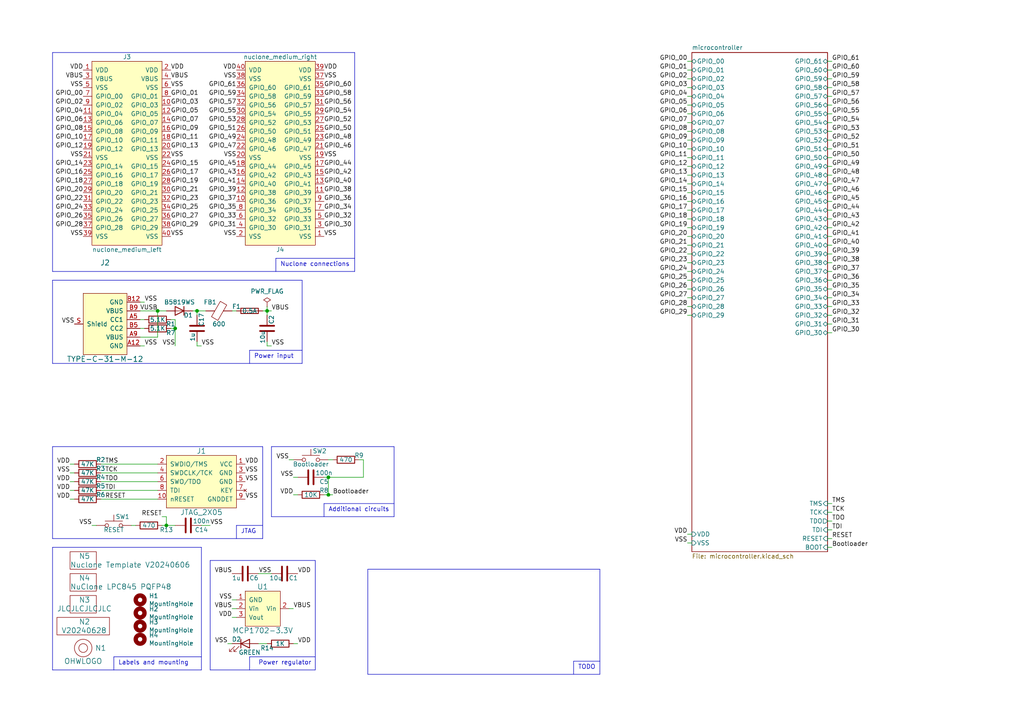
<source format=kicad_sch>
(kicad_sch (version 20230121) (generator eeschema)
  (paper "A4")
  (lib_symbols
    (symbol "Device:C" (pin_numbers hide) (pin_names (offset 0.254))
      (property "Reference" "C" (at 0.635 2.54 0))
      (property "Value" "C" (at 0.635 -2.54 0))
      (symbol "C_0_1"
        (polyline (pts (xy -2.032 -0.762) (xy 2.032 -0.762)) (stroke (width 0.508)))
        (polyline (pts (xy -2.032 0.762) (xy 2.032 0.762)) (stroke (width 0.508)))
      )
      (symbol "C_1_1"
        (pin passive line (at 0 3.81 270) (length 2.794) (name "~") (number "1"))
        (pin passive line (at 0 -3.81 90) (length 2.794) (name "~") (number "2"))
      )
    )
    (symbol "Device:D" (pin_numbers hide) (pin_names (offset 1.016) hide)
      (property "Reference" "D" (at 0 2.54 0))
      (property "Value" "D" (at 0 -2.54 0))
      (symbol "D_0_1"
        (polyline (pts (xy -1.27 1.27) (xy -1.27 -1.27)) (stroke (width 0.254)))
        (polyline (pts (xy 1.27 0) (xy -1.27 0)))
        (polyline (pts (xy 1.27 1.27) (xy 1.27 -1.27) (xy -1.27 0) (xy 1.27 1.27)) (stroke (width 0.254)))
      )
      (symbol "D_1_1"
        (pin passive line (at -3.81 0 0) (length 2.54) (name "K") (number "1"))
        (pin passive line (at 3.81 0 180) (length 2.54) (name "A") (number "2"))
      )
    )
    (symbol "Device:FerriteBead" (pin_numbers hide) (pin_names (offset 0))
      (property "Reference" "FB" (at -3.81 0.635 90))
      (property "Value" "FerriteBead" (at 3.81 0 90))
      (symbol "FerriteBead_0_1"
        (polyline (pts (xy 0 -1.27) (xy 0 -1.2192)))
        (polyline (pts (xy 0 1.27) (xy 0 1.2954)))
        (polyline (pts (xy -2.7686 0.4064) (xy -1.7018 2.2606) (xy 2.7686 -0.3048) (xy 1.6764 -2.159) (xy -2.7686 0.4064)))
      )
      (symbol "FerriteBead_1_1"
        (pin passive line (at 0 3.81 270) (length 2.54) (name "~") (number "1"))
        (pin passive line (at 0 -3.81 90) (length 2.54) (name "~") (number "2"))
      )
    )
    (symbol "Device:Fuse" (pin_numbers hide) (pin_names (offset 0))
      (property "Reference" "F" (at 2.032 0 90))
      (property "Value" "Fuse" (at -1.905 0 90))
      (symbol "Fuse_0_1"
        (rectangle (start -0.762 -2.54) (end 0.762 2.54) (stroke (width 0.254)))
        (polyline (pts (xy 0 2.54) (xy 0 -2.54)))
      )
      (symbol "Fuse_1_1"
        (pin passive line (at 0 3.81 270) (length 1.27) (name "~") (number "1"))
        (pin passive line (at 0 -3.81 90) (length 1.27) (name "~") (number "2"))
      )
    )
    (symbol "Device:LED" (pin_numbers hide) (pin_names (offset 1.016) hide)
      (property "Reference" "D" (at 0 2.54 0))
      (property "Value" "LED" (at 0 -2.54 0))
      (symbol "LED_0_1"
        (polyline (pts (xy -1.27 -1.27) (xy -1.27 1.27)) (stroke (width 0.254)))
        (polyline (pts (xy -1.27 0) (xy 1.27 0)))
        (polyline (pts (xy 1.27 -1.27) (xy 1.27 1.27) (xy -1.27 0) (xy 1.27 -1.27)) (stroke (width 0.254)))
        (polyline (pts (xy -3.048 -0.762) (xy -4.572 -2.286) (xy -3.81 -2.286) (xy -4.572 -2.286) (xy -4.572 -1.524)))
        (polyline (pts (xy -1.778 -0.762) (xy -3.302 -2.286) (xy -2.54 -2.286) (xy -3.302 -2.286) (xy -3.302 -1.524)))
      )
      (symbol "LED_1_1"
        (pin passive line (at -3.81 0 0) (length 2.54) (name "K") (number "1"))
        (pin passive line (at 3.81 0 180) (length 2.54) (name "A") (number "2"))
      )
    )
    (symbol "Device:R" (pin_numbers hide) (pin_names (offset 0))
      (property "Reference" "R" (at 2.032 0 90))
      (property "Value" "R" (at 0 0 90))
      (symbol "R_0_1"
        (rectangle (start -1.016 -2.54) (end 1.016 2.54) (stroke (width 0.254)))
      )
      (symbol "R_1_1"
        (pin passive line (at 0 3.81 270) (length 1.27) (name "~") (number "1"))
        (pin passive line (at 0 -3.81 90) (length 1.27) (name "~") (number "2"))
      )
    )
    (symbol "Mechanical:MountingHole" (pin_names (offset 1.016))
      (property "Reference" "H" (at 0 5.08 0))
      (property "Value" "MountingHole" (at 0 3.175 0))
      (symbol "MountingHole_0_1"
        (circle (center 0 0) (radius 1.27) (stroke (width 1.27)))
      )
    )
    (symbol "SquantorConnectorsNamed:JTAG_2X05_IN" (pin_names (offset 1.016))
      (property "Reference" "J" (at 0 8.89 0))
      (property "Value" "JTAG_2X05_IN" (at 0 -8.89 0))
      (symbol "JTAG_2X05_IN_0_1"
        (rectangle (start -10.16 7.62) (end 10.16 -7.62) (fill (type background)))
      )
      (symbol "JTAG_2X05_IN_1_1"
        (pin power_in line (at 12.7 5.08 180) (length 2.54) (name "VCC") (number "1"))
        (pin open_collector line (at -12.7 -5.08 0) (length 2.54) (name "nRESET") (number "10"))
        (pin bidirectional line (at -12.7 5.08 0) (length 2.54) (name "SWDIO/TMS") (number "2"))
        (pin power_in line (at 12.7 2.54 180) (length 2.54) (name "GND") (number "3"))
        (pin output line (at -12.7 2.54 0) (length 2.54) (name "SWDCLK/TCK") (number "4"))
        (pin power_in line (at 12.7 0 180) (length 2.54) (name "GND") (number "5"))
        (pin output line (at -12.7 0 0) (length 2.54) (name "SWO/TDO") (number "6"))
        (pin no_connect line (at 12.7 -2.54 180) (length 2.54) (name "KEY") (number "7"))
        (pin input line (at -12.7 -2.54 0) (length 2.54) (name "TDI") (number "8"))
        (pin power_in line (at 12.7 -5.08 180) (length 2.54) (name "GNDDET") (number "9"))
      )
    )
    (symbol "SquantorConnectorsNamed:nuclone_medium_left" (pin_names (offset 1.016))
      (property "Reference" "J" (at 0 27.94 0))
      (property "Value" "nuclone_medium_left" (at 0 -27.94 0))
      (symbol "nuclone_medium_left_0_1"
        (rectangle (start -10.16 26.67) (end 10.16 -26.67) (fill (type background)))
      )
      (symbol "nuclone_medium_left_1_1"
        (pin power_in line (at -12.7 24.13 0) (length 2.54) (name "VDD") (number "1"))
        (pin bidirectional line (at 12.7 13.97 180) (length 2.54) (name "GPIO_03") (number "10"))
        (pin bidirectional line (at -12.7 11.43 0) (length 2.54) (name "GPIO_04") (number "11"))
        (pin bidirectional line (at 12.7 11.43 180) (length 2.54) (name "GPIO_05") (number "12"))
        (pin bidirectional line (at -12.7 8.89 0) (length 2.54) (name "GPIO_06") (number "13"))
        (pin bidirectional line (at 12.7 8.89 180) (length 2.54) (name "GPIO_07") (number "14"))
        (pin bidirectional line (at -12.7 6.35 0) (length 2.54) (name "GPIO_08") (number "15"))
        (pin bidirectional line (at 12.7 6.35 180) (length 2.54) (name "GPIO_09") (number "16"))
        (pin bidirectional line (at -12.7 3.81 0) (length 2.54) (name "GPIO_10") (number "17"))
        (pin bidirectional line (at 12.7 3.81 180) (length 2.54) (name "GPIO_11") (number "18"))
        (pin bidirectional line (at -12.7 1.27 0) (length 2.54) (name "GPIO_12") (number "19"))
        (pin power_in line (at 12.7 24.13 180) (length 2.54) (name "VDD") (number "2"))
        (pin bidirectional line (at 12.7 1.27 180) (length 2.54) (name "GPIO_13") (number "20"))
        (pin power_in line (at -12.7 -1.27 0) (length 2.54) (name "VSS") (number "21"))
        (pin power_in line (at 12.7 -1.27 180) (length 2.54) (name "VSS") (number "22"))
        (pin bidirectional line (at -12.7 -3.81 0) (length 2.54) (name "GPIO_14") (number "23"))
        (pin bidirectional line (at 12.7 -3.81 180) (length 2.54) (name "GPIO_15") (number "24"))
        (pin bidirectional line (at -12.7 -6.35 0) (length 2.54) (name "GPIO_16") (number "25"))
        (pin bidirectional line (at 12.7 -6.35 180) (length 2.54) (name "GPIO_17") (number "26"))
        (pin bidirectional line (at -12.7 -8.89 0) (length 2.54) (name "GPIO_18") (number "27"))
        (pin bidirectional line (at 12.7 -8.89 180) (length 2.54) (name "GPIO_19") (number "28"))
        (pin bidirectional line (at -12.7 -11.43 0) (length 2.54) (name "GPIO_20") (number "29"))
        (pin power_in line (at -12.7 21.59 0) (length 2.54) (name "VBUS") (number "3"))
        (pin bidirectional line (at 12.7 -11.43 180) (length 2.54) (name "GPIO_21") (number "30"))
        (pin bidirectional line (at -12.7 -13.97 0) (length 2.54) (name "GPIO_22") (number "31"))
        (pin bidirectional line (at 12.7 -13.97 180) (length 2.54) (name "GPIO_23") (number "32"))
        (pin bidirectional line (at -12.7 -16.51 0) (length 2.54) (name "GPIO_24") (number "33"))
        (pin bidirectional line (at 12.7 -16.51 180) (length 2.54) (name "GPIO_25") (number "34"))
        (pin bidirectional line (at -12.7 -19.05 0) (length 2.54) (name "GPIO_26") (number "35"))
        (pin bidirectional line (at 12.7 -19.05 180) (length 2.54) (name "GPIO_27") (number "36"))
        (pin bidirectional line (at -12.7 -21.59 0) (length 2.54) (name "GPIO_28") (number "37"))
        (pin bidirectional line (at 12.7 -21.59 180) (length 2.54) (name "GPIO_29") (number "38"))
        (pin power_in line (at -12.7 -24.13 0) (length 2.54) (name "VSS") (number "39"))
        (pin power_in line (at 12.7 21.59 180) (length 2.54) (name "VBUS") (number "4"))
        (pin power_in line (at 12.7 -24.13 180) (length 2.54) (name "VSS") (number "40"))
        (pin power_in line (at -12.7 19.05 0) (length 2.54) (name "VSS") (number "5"))
        (pin power_in line (at 12.7 19.05 180) (length 2.54) (name "VSS") (number "6"))
        (pin bidirectional line (at -12.7 16.51 0) (length 2.54) (name "GPIO_00") (number "7"))
        (pin bidirectional line (at 12.7 16.51 180) (length 2.54) (name "GPIO_01") (number "8"))
        (pin bidirectional line (at -12.7 13.97 0) (length 2.54) (name "GPIO_02") (number "9"))
      )
    )
    (symbol "SquantorConnectorsNamed:nuclone_medium_right" (pin_names (offset 1.016))
      (property "Reference" "J" (at 0 27.94 0))
      (property "Value" "nuclone_medium_right" (at 0 -27.94 0))
      (symbol "nuclone_medium_right_0_1"
        (rectangle (start 10.16 -26.67) (end -10.16 26.67) (fill (type background)))
      )
      (symbol "nuclone_medium_right_1_1"
        (pin power_in line (at 12.7 -24.13 180) (length 2.54) (name "VSS") (number "1"))
        (pin bidirectional line (at -12.7 -13.97 0) (length 2.54) (name "GPIO_36") (number "10"))
        (pin bidirectional line (at 12.7 -11.43 180) (length 2.54) (name "GPIO_39") (number "11"))
        (pin bidirectional line (at -12.7 -11.43 0) (length 2.54) (name "GPIO_38") (number "12"))
        (pin bidirectional line (at 12.7 -8.89 180) (length 2.54) (name "GPIO_41") (number "13"))
        (pin bidirectional line (at -12.7 -8.89 0) (length 2.54) (name "GPIO_40") (number "14"))
        (pin bidirectional line (at 12.7 -6.35 180) (length 2.54) (name "GPIO_43") (number "15"))
        (pin bidirectional line (at -12.7 -6.35 0) (length 2.54) (name "GPIO_42") (number "16"))
        (pin bidirectional line (at 12.7 -3.81 180) (length 2.54) (name "GPIO_45") (number "17"))
        (pin bidirectional line (at -12.7 -3.81 0) (length 2.54) (name "GPIO_44") (number "18"))
        (pin power_in line (at 12.7 -1.27 180) (length 2.54) (name "VSS") (number "19"))
        (pin power_in line (at -12.7 -24.13 0) (length 2.54) (name "VSS") (number "2"))
        (pin power_in line (at -12.7 -1.27 0) (length 2.54) (name "VSS") (number "20"))
        (pin bidirectional line (at 12.7 1.27 180) (length 2.54) (name "GPIO_47") (number "21"))
        (pin bidirectional line (at -12.7 1.27 0) (length 2.54) (name "GPIO_46") (number "22"))
        (pin bidirectional line (at 12.7 3.81 180) (length 2.54) (name "GPIO_49") (number "23"))
        (pin bidirectional line (at -12.7 3.81 0) (length 2.54) (name "GPIO_48") (number "24"))
        (pin bidirectional line (at 12.7 6.35 180) (length 2.54) (name "GPIO_51") (number "25"))
        (pin bidirectional line (at -12.7 6.35 0) (length 2.54) (name "GPIO_50") (number "26"))
        (pin bidirectional line (at 12.7 8.89 180) (length 2.54) (name "GPIO_53") (number "27"))
        (pin bidirectional line (at -12.7 8.89 0) (length 2.54) (name "GPIO_52") (number "28"))
        (pin bidirectional line (at 12.7 11.43 180) (length 2.54) (name "GPIO_55") (number "29"))
        (pin bidirectional line (at 12.7 -21.59 180) (length 2.54) (name "GPIO_31") (number "3"))
        (pin bidirectional line (at -12.7 11.43 0) (length 2.54) (name "GPIO_54") (number "30"))
        (pin bidirectional line (at 12.7 13.97 180) (length 2.54) (name "GPIO_57") (number "31"))
        (pin bidirectional line (at -12.7 13.97 0) (length 2.54) (name "GPIO_56") (number "32"))
        (pin bidirectional line (at 12.7 16.51 180) (length 2.54) (name "GPIO_59") (number "33"))
        (pin bidirectional line (at -12.7 16.51 0) (length 2.54) (name "GPIO_58") (number "34"))
        (pin bidirectional line (at 12.7 19.05 180) (length 2.54) (name "GPIO_61") (number "35"))
        (pin bidirectional line (at -12.7 19.05 0) (length 2.54) (name "GPIO_60") (number "36"))
        (pin power_in line (at 12.7 21.59 180) (length 2.54) (name "VSS") (number "37"))
        (pin power_in line (at -12.7 21.59 0) (length 2.54) (name "VSS") (number "38"))
        (pin power_in line (at 12.7 24.13 180) (length 2.54) (name "VDD") (number "39"))
        (pin bidirectional line (at -12.7 -21.59 0) (length 2.54) (name "GPIO_30") (number "4"))
        (pin power_in line (at -12.7 24.13 0) (length 2.54) (name "VDD") (number "40"))
        (pin bidirectional line (at 12.7 -19.05 180) (length 2.54) (name "GPIO_33") (number "5"))
        (pin bidirectional line (at -12.7 -19.05 0) (length 2.54) (name "GPIO_32") (number "6"))
        (pin bidirectional line (at 12.7 -16.51 180) (length 2.54) (name "GPIO_35") (number "7"))
        (pin bidirectional line (at -12.7 -16.51 0) (length 2.54) (name "GPIO_34") (number "8"))
        (pin bidirectional line (at 12.7 -13.97 180) (length 2.54) (name "GPIO_37") (number "9"))
      )
    )
    (symbol "SquantorLabels:Label" (pin_names (offset 1.016))
      (property "Reference" "N" (at 0 1.27 0))
      (property "Value" "Label" (at 0 -1.27 0))
      (symbol "Label_0_1"
        (rectangle (start -3.81 2.54) (end 3.81 -2.54))
      )
    )
    (symbol "SquantorLabels:OHWLOGO" (pin_names (offset 1.016))
      (property "Reference" "N" (at 0 3.81 0))
      (property "Value" "OHWLOGO" (at 0 -3.81 0))
      (symbol "OHWLOGO_0_1"
        (circle (center 0 0) (radius 1.27))
        (circle (center 0 0) (radius 2.54))
      )
    )
    (symbol "SquantorLabels:VYYYYMMDD" (pin_names (offset 1.016))
      (property "Reference" "N" (at 0 2.54 0))
      (property "Value" "VYYYYMMDD" (at 0 0 0))
      (symbol "VYYYYMMDD_0_1"
        (rectangle (start 7.62 -1.27) (end -7.62 3.81))
      )
    )
    (symbol "SquantorMicrochip:MCP1702-MB" (pin_names (offset 1.016))
      (property "Reference" "U" (at 0 6.35 0))
      (property "Value" "MCP1702-MB" (at 0 -6.35 0))
      (symbol "MCP1702-MB_0_1"
        (rectangle (start -5.08 5.08) (end 5.08 -5.08) (fill (type background)))
      )
      (symbol "MCP1702-MB_1_1"
        (pin power_in line (at -7.62 2.54 0) (length 2.54) (name "GND") (number "1"))
        (pin power_in line (at -7.62 0 0) (length 2.54) (name "Vin") (number "2"))
        (pin power_in line (at 7.62 0 180) (length 2.54) (name "Vin") (number "2"))
        (pin power_out line (at -7.62 -2.54 0) (length 2.54) (name "Vout") (number "3"))
      )
    )
    (symbol "SquantorUsb:USB-C_PD" (pin_names (offset 1.016))
      (property "Reference" "J" (at 0 10.16 0))
      (property "Value" "USB-C_PD" (at 0 -10.16 0))
      (symbol "USB-C_PD_0_1"
        (rectangle (start 6.35 8.89) (end -6.35 -8.89) (fill (type background)))
      )
      (symbol "USB-C_PD_1_1"
        (pin passive line (at 10.16 -6.35 180) (length 3.81) (name "GND") (number "A12"))
        (pin bidirectional line (at 10.16 1.27 180) (length 3.81) (name "CC1") (number "A5"))
        (pin passive line (at 10.16 -3.81 180) (length 3.81) (name "VBUS") (number "A9"))
        (pin power_out line (at 10.16 6.35 180) (length 3.81) (name "GND") (number "B12"))
        (pin bidirectional line (at 10.16 -1.27 180) (length 3.81) (name "CC2") (number "B5"))
        (pin power_out line (at 10.16 3.81 180) (length 3.81) (name "VBUS") (number "B9"))
        (pin passive line (at -8.89 0 0) (length 2.54) (name "Shield") (number "S"))
      )
    )
    (symbol "Switch:SW_Push" (pin_numbers hide) (pin_names (offset 1.016) hide)
      (property "Reference" "SW" (at 1.27 2.54 0))
      (property "Value" "SW_Push" (at 0 -1.524 0))
      (symbol "SW_Push_0_1"
        (circle (center -2.032 0) (radius 0.508))
        (polyline (pts (xy 0 1.27) (xy 0 3.048)))
        (polyline (pts (xy 2.54 1.27) (xy -2.54 1.27)))
        (circle (center 2.032 0) (radius 0.508))
        (pin passive line (at -5.08 0 0) (length 2.54) (name "1") (number "1"))
        (pin passive line (at 5.08 0 180) (length 2.54) (name "2") (number "2"))
      )
    )
    (symbol "power:PWR_FLAG" (power) (pin_numbers hide) (pin_names (offset 0) hide)
      (property "Value" "PWR_FLAG" (at 0 3.81 0))
      (symbol "PWR_FLAG_0_0"
        (pin power_out line (at 0 0 90) (length 0) (name "pwr") (number "1"))
      )
      (symbol "PWR_FLAG_0_1"
        (polyline (pts (xy 0 0) (xy 0 1.27) (xy -1.016 1.905) (xy 0 2.54) (xy 1.016 1.905) (xy 0 1.27)))
      )
    )
  )
  (junction (at 77.47 90.17))
  (junction (at 48.26 152.4))
  (junction (at 45.72 90.17))
  (junction (at 57.15 90.17))
  (junction (at 95.25 138.43))
  (junction (at 95.25 143.51))
  (junction (at 50.8 95.25))
  (wire (pts (xy 83.82 133.35) (xy 85.09 133.35)))
  (wire (pts (xy 77.47 100.33) (xy 78.74 100.33)))
  (wire (pts (xy 50.8 95.25) (xy 50.8 100.33)))
  (wire (pts (xy 199.39 33.02) (xy 200.66 33.02)))
  (wire (pts (xy 200.66 40.64) (xy 199.39 40.64)))
  (wire (pts (xy 199.39 43.18) (xy 200.66 43.18)))
  (wire (pts (xy 240.03 78.74) (xy 241.3 78.74)))
  (wire (pts (xy 240.03 25.4) (xy 241.3 25.4)))
  (polyline (pts (xy 72.39 101.6) (xy 72.39 105.41)))
  (wire (pts (xy 58.42 100.33) (xy 57.15 100.33)))
  (wire (pts (xy 240.03 35.56) (xy 241.3 35.56)))
  (wire (pts (xy 38.1 152.4) (xy 39.37 152.4)))
  (wire (pts (xy 85.09 176.53) (xy 83.82 176.53)))
  (wire (pts (xy 199.39 22.86) (xy 200.66 22.86)))
  (wire (pts (xy 21.59 142.24) (xy 20.32 142.24)))
  (wire (pts (xy 200.66 71.12) (xy 199.39 71.12)))
  (wire (pts (xy 200.66 86.36) (xy 199.39 86.36)))
  (polyline (pts (xy 15.24 15.24) (xy 15.24 78.74)))
  (wire (pts (xy 95.25 143.51) (xy 96.52 143.51)))
  (polyline (pts (xy 102.87 78.74) (xy 102.87 15.24)))
  (wire (pts (xy 40.64 97.79) (xy 45.72 97.79)))
  (wire (pts (xy 241.3 38.1) (xy 240.03 38.1)))
  (wire (pts (xy 67.31 173.99) (xy 68.58 173.99)))
  (wire (pts (xy 199.39 78.74) (xy 200.66 78.74)))
  (wire (pts (xy 199.39 154.94) (xy 200.66 154.94)))
  (polyline (pts (xy 87.63 81.28) (xy 15.24 81.28)))
  (wire (pts (xy 199.39 58.42) (xy 200.66 58.42)))
  (wire (pts (xy 199.39 73.66) (xy 200.66 73.66)))
  (wire (pts (xy 240.03 66.04) (xy 241.3 66.04)))
  (wire (pts (xy 240.03 40.64) (xy 241.3 40.64)))
  (polyline (pts (xy 15.24 158.75) (xy 15.24 194.31)))
  (wire (pts (xy 29.21 144.78) (xy 45.72 144.78)))
  (wire (pts (xy 200.66 35.56) (xy 199.39 35.56)))
  (wire (pts (xy 241.3 58.42) (xy 240.03 58.42)))
  (wire (pts (xy 200.66 60.96) (xy 199.39 60.96)))
  (wire (pts (xy 93.98 143.51) (xy 95.25 143.51)))
  (wire (pts (xy 85.09 138.43) (xy 86.36 138.43)))
  (wire (pts (xy 20.32 134.62) (xy 21.59 134.62)))
  (wire (pts (xy 95.25 133.35) (xy 96.52 133.35)))
  (wire (pts (xy 40.64 95.25) (xy 41.91 95.25)))
  (polyline (pts (xy 93.98 146.05) (xy 93.98 149.86)))
  (polyline (pts (xy 33.02 190.5) (xy 33.02 194.31)))
  (wire (pts (xy 67.31 179.07) (xy 68.58 179.07)))
  (wire (pts (xy 48.26 149.86) (xy 48.26 152.4)))
  (wire (pts (xy 86.36 186.69) (xy 85.09 186.69)))
  (wire (pts (xy 55.88 90.17) (xy 57.15 90.17)))
  (wire (pts (xy 199.39 68.58) (xy 200.66 68.58)))
  (wire (pts (xy 29.21 134.62) (xy 45.72 134.62)))
  (wire (pts (xy 40.64 90.17) (xy 45.72 90.17)))
  (polyline (pts (xy 114.3 146.05) (xy 93.98 146.05)))
  (wire (pts (xy 241.3 43.18) (xy 240.03 43.18)))
  (wire (pts (xy 200.66 45.72) (xy 199.39 45.72)))
  (wire (pts (xy 241.3 27.94) (xy 240.03 27.94)))
  (wire (pts (xy 200.66 157.48) (xy 199.39 157.48)))
  (wire (pts (xy 241.3 81.28) (xy 240.03 81.28)))
  (wire (pts (xy 200.66 91.44) (xy 199.39 91.44)))
  (wire (pts (xy 200.66 20.32) (xy 199.39 20.32)))
  (wire (pts (xy 241.3 96.52) (xy 240.03 96.52)))
  (polyline (pts (xy 80.01 74.93) (xy 80.01 78.74)))
  (wire (pts (xy 77.47 90.17) (xy 77.47 88.9)))
  (wire (pts (xy 240.03 30.48) (xy 241.3 30.48)))
  (wire (pts (xy 77.47 186.69) (xy 74.93 186.69)))
  (wire (pts (xy 29.21 137.16) (xy 45.72 137.16)))
  (wire (pts (xy 199.39 83.82) (xy 200.66 83.82)))
  (wire (pts (xy 46.99 149.86) (xy 48.26 149.86)))
  (wire (pts (xy 240.03 158.75) (xy 241.3 158.75)))
  (wire (pts (xy 241.3 86.36) (xy 240.03 86.36)))
  (wire (pts (xy 50.8 92.71) (xy 50.8 95.25)))
  (wire (pts (xy 21.59 137.16) (xy 20.32 137.16)))
  (wire (pts (xy 199.39 53.34) (xy 200.66 53.34)))
  (wire (pts (xy 200.66 50.8) (xy 199.39 50.8)))
  (wire (pts (xy 77.47 91.44) (xy 77.47 90.17)))
  (wire (pts (xy 57.15 100.33) (xy 57.15 99.06)))
  (polyline (pts (xy 91.44 194.31) (xy 91.44 162.56)))
  (wire (pts (xy 41.91 100.33) (xy 40.64 100.33)))
  (wire (pts (xy 200.66 66.04) (xy 199.39 66.04)))
  (polyline (pts (xy 91.44 162.56) (xy 60.96 162.56)))
  (wire (pts (xy 78.74 90.17) (xy 77.47 90.17)))
  (polyline (pts (xy 15.24 78.74) (xy 102.87 78.74)))
  (wire (pts (xy 29.21 139.7) (xy 45.72 139.7)))
  (wire (pts (xy 77.47 90.17) (xy 76.2 90.17)))
  (polyline (pts (xy 91.44 190.5) (xy 72.39 190.5)))
  (wire (pts (xy 67.31 186.69) (xy 66.04 186.69)))
  (wire (pts (xy 57.15 90.17) (xy 59.69 90.17)))
  (polyline (pts (xy 58.42 158.75) (xy 15.24 158.75)))
  (wire (pts (xy 241.3 33.02) (xy 240.03 33.02)))
  (wire (pts (xy 241.3 68.58) (xy 240.03 68.58)))
  (polyline (pts (xy 76.2 152.4) (xy 68.58 152.4)))
  (wire (pts (xy 241.3 91.44) (xy 240.03 91.44)))
  (wire (pts (xy 45.72 90.17) (xy 48.26 90.17)))
  (wire (pts (xy 241.3 53.34) (xy 240.03 53.34)))
  (polyline (pts (xy 76.2 129.54) (xy 15.24 129.54)))
  (wire (pts (xy 57.15 91.44) (xy 57.15 90.17)))
  (wire (pts (xy 240.03 83.82) (xy 241.3 83.82)))
  (wire (pts (xy 241.3 63.5) (xy 240.03 63.5)))
  (polyline (pts (xy 87.63 101.6) (xy 72.39 101.6)))
  (wire (pts (xy 49.53 92.71) (xy 50.8 92.71)))
  (wire (pts (xy 240.03 60.96) (xy 241.3 60.96)))
  (wire (pts (xy 241.3 22.86) (xy 240.03 22.86)))
  (wire (pts (xy 240.03 76.2) (xy 241.3 76.2)))
  (wire (pts (xy 240.03 151.13) (xy 241.3 151.13)))
  (wire (pts (xy 200.66 25.4) (xy 199.39 25.4)))
  (polyline (pts (xy 102.87 74.93) (xy 80.01 74.93)))
  (polyline (pts (xy 15.24 105.41) (xy 87.63 105.41)))
  (wire (pts (xy 85.09 143.51) (xy 86.36 143.51)))
  (wire (pts (xy 199.39 48.26) (xy 200.66 48.26)))
  (polyline (pts (xy 72.39 190.5) (xy 72.39 194.31)))
  (polyline (pts (xy 15.24 129.54) (xy 15.24 156.21)))
  (polyline (pts (xy 68.58 152.4) (xy 68.58 156.21)))
  (polyline (pts (xy 102.87 15.24) (xy 15.24 15.24)))
  (wire (pts (xy 200.66 55.88) (xy 199.39 55.88)))
  (wire (pts (xy 67.31 90.17) (xy 68.58 90.17)))
  (wire (pts (xy 240.03 153.67) (xy 241.3 153.67)))
  (wire (pts (xy 29.21 142.24) (xy 45.72 142.24)))
  (polyline (pts (xy 114.3 149.86) (xy 114.3 129.54)))
  (polyline (pts (xy 166.37 195.58) (xy 166.37 191.77)))
  (polyline (pts (xy 106.68 165.1) (xy 173.99 165.1)))
  (wire (pts (xy 20.32 139.7) (xy 21.59 139.7)))
  (wire (pts (xy 105.41 133.35) (xy 105.41 138.43)))
  (wire (pts (xy 240.03 55.88) (xy 241.3 55.88)))
  (wire (pts (xy 199.39 17.78) (xy 200.66 17.78)))
  (wire (pts (xy 60.96 152.4) (xy 58.42 152.4)))
  (wire (pts (xy 68.58 176.53) (xy 67.31 176.53)))
  (polyline (pts (xy 78.74 129.54) (xy 78.74 149.86)))
  (wire (pts (xy 200.66 30.48) (xy 199.39 30.48)))
  (wire (pts (xy 240.03 88.9) (xy 241.3 88.9)))
  (wire (pts (xy 199.39 88.9) (xy 200.66 88.9)))
  (polyline (pts (xy 15.24 81.28) (xy 15.24 105.41)))
  (wire (pts (xy 200.66 81.28) (xy 199.39 81.28)))
  (wire (pts (xy 41.91 87.63) (xy 40.64 87.63)))
  (polyline (pts (xy 173.99 195.58) (xy 106.68 195.58)))
  (wire (pts (xy 200.66 76.2) (xy 199.39 76.2)))
  (wire (pts (xy 240.03 50.8) (xy 241.3 50.8)))
  (polyline (pts (xy 58.42 194.31) (xy 58.42 158.75)))
  (wire (pts (xy 74.93 166.37) (xy 78.74 166.37)))
  (polyline (pts (xy 106.68 195.58) (xy 106.68 165.1)))
  (wire (pts (xy 26.67 152.4) (xy 27.94 152.4)))
  (wire (pts (xy 45.72 97.79) (xy 45.72 90.17)))
  (wire (pts (xy 240.03 156.21) (xy 241.3 156.21)))
  (wire (pts (xy 50.8 95.25) (xy 49.53 95.25)))
  (wire (pts (xy 240.03 20.32) (xy 241.3 20.32)))
  (wire (pts (xy 104.14 133.35) (xy 105.41 133.35)))
  (wire (pts (xy 105.41 138.43) (xy 95.25 138.43)))
  (wire (pts (xy 240.03 146.05) (xy 241.3 146.05)))
  (polyline (pts (xy 58.42 190.5) (xy 33.02 190.5)))
  (wire (pts (xy 240.03 71.12) (xy 241.3 71.12)))
  (polyline (pts (xy 78.74 149.86) (xy 114.3 149.86)))
  (wire (pts (xy 240.03 45.72) (xy 241.3 45.72)))
  (polyline (pts (xy 15.24 156.21) (xy 76.2 156.21)))
  (polyline (pts (xy 60.96 194.31) (xy 91.44 194.31)))
  (wire (pts (xy 95.25 143.51) (xy 95.25 138.43)))
  (wire (pts (xy 48.26 152.4) (xy 50.8 152.4)))
  (wire (pts (xy 20.32 144.78) (xy 21.59 144.78)))
  (wire (pts (xy 41.91 92.71) (xy 40.64 92.71)))
  (wire (pts (xy 199.39 38.1) (xy 200.66 38.1)))
  (polyline (pts (xy 114.3 129.54) (xy 78.74 129.54)))
  (wire (pts (xy 241.3 17.78) (xy 240.03 17.78)))
  (wire (pts (xy 240.03 148.59) (xy 241.3 148.59)))
  (polyline (pts (xy 76.2 156.21) (xy 76.2 129.54)))
  (wire (pts (xy 240.03 93.98) (xy 241.3 93.98)))
  (wire (pts (xy 241.3 48.26) (xy 240.03 48.26)))
  (wire (pts (xy 46.99 152.4) (xy 48.26 152.4)))
  (wire (pts (xy 199.39 63.5) (xy 200.66 63.5)))
  (wire (pts (xy 241.3 73.66) (xy 240.03 73.66)))
  (wire (pts (xy 95.25 138.43) (xy 93.98 138.43)))
  (wire (pts (xy 199.39 27.94) (xy 200.66 27.94)))
  (wire (pts (xy 77.47 99.06) (xy 77.47 100.33)))
  (polyline (pts (xy 87.63 81.28) (xy 87.63 105.41)))
  (polyline (pts (xy 15.24 194.31) (xy 58.42 194.31)))
  (polyline (pts (xy 173.99 165.1) (xy 173.99 195.58)))
  (polyline (pts (xy 60.96 162.56) (xy 60.96 194.31)))
  (polyline (pts (xy 166.37 191.77) (xy 173.99 191.77)))
  (text "Labels and mounting" (at 34.29 193.04 0) (effects (font (size 1.27 1.27)) (justify left bottom)))
  (text "Power input" (at 73.66 104.14 0) (effects (font (size 1.27 1.27)) (justify left bottom)))
  (text "TODO" (at 167.64 194.31 0) (effects (font (size 1.27 1.27)) (justify left bottom)))
  (text "Power regulator" (at 74.93 193.04 0) (effects (font (size 1.27 1.27)) (justify left bottom)))
  (text "Additional circuits" (at 95.25 148.59 0) (effects (font (size 1.27 1.27)) (justify left bottom)))
  (text "Nuclone connections" (at 81.28 77.47 0) (effects (font (size 1.27 1.27)) (justify left bottom)))
  (text "JTAG" (at 69.85 154.94 0) (effects (font (size 1.27 1.27)) (justify left bottom)))
  (label "GPIO_07" (at 199.39 35.56 180))
  (label "VSS" (at 66.04 186.69 180))
  (label "GPIO_02" (at 199.39 22.86 180))
  (label "VDD" (at 71.12 134.62 0))
  (label "GPIO_54" (at 241.3 35.56 0))
  (label "VDD" (at 24.13 20.32 180))
  (label "GPIO_30" (at 93.98 66.04 0))
  (label "GPIO_29" (at 199.39 91.44 180))
  (label "VSS" (at 58.42 100.33 0))
  (label "VSS" (at 199.39 157.48 180))
  (label "GPIO_14" (at 199.39 53.34 180))
  (label "GPIO_17" (at 199.39 60.96 180))
  (label "GPIO_00" (at 24.13 27.94 180))
  (label "GPIO_20" (at 199.39 68.58 180))
  (label "GPIO_08" (at 24.13 38.1 180))
  (label "GPIO_19" (at 49.53 53.34 0))
  (label "GPIO_03" (at 49.53 30.48 0))
  (label "GPIO_18" (at 24.13 53.34 180))
  (label "GPIO_48" (at 93.98 40.64 0))
  (label "GPIO_38" (at 93.98 55.88 0))
  (label "GPIO_12" (at 24.13 43.18 180))
  (label "GPIO_59" (at 241.3 22.86 0))
  (label "GPIO_56" (at 241.3 30.48 0))
  (label "VDD" (at 20.32 139.7 180))
  (label "GPIO_48" (at 241.3 50.8 0))
  (label "GPIO_35" (at 241.3 83.82 0))
  (label "GPIO_45" (at 68.58 48.26 180))
  (label "GPIO_27" (at 49.53 63.5 0))
  (label "GPIO_39" (at 241.3 73.66 0))
  (label "VBUS" (at 49.53 22.86 0))
  (label "GPIO_44" (at 241.3 60.96 0))
  (label "GPIO_10" (at 24.13 40.64 180))
  (label "TDO" (at 30.48 139.7 0))
  (label "GPIO_19" (at 199.39 66.04 180))
  (label "GPIO_26" (at 199.39 83.82 180))
  (label "GPIO_36" (at 241.3 81.28 0))
  (label "GPIO_60" (at 241.3 20.32 0))
  (label "GPIO_43" (at 241.3 63.5 0))
  (label "GPIO_14" (at 24.13 48.26 180))
  (label "GPIO_30" (at 241.3 96.52 0))
  (label "VSS" (at 60.96 152.4 0))
  (label "GPIO_34" (at 241.3 86.36 0))
  (label "GPIO_25" (at 199.39 81.28 180))
  (label "GPIO_13" (at 49.53 43.18 0))
  (label "GPIO_55" (at 241.3 33.02 0))
  (label "VDD" (at 86.36 186.69 0))
  (label "VSS" (at 68.58 68.58 180))
  (label "VSS" (at 49.53 45.72 0))
  (label "RESET" (at 46.99 149.86 180))
  (label "VSS" (at 71.12 137.16 0))
  (label "GPIO_18" (at 199.39 63.5 180))
  (label "VSS" (at 24.13 68.58 180))
  (label "GPIO_15" (at 49.53 48.26 0))
  (label "Bootloader" (at 241.3 158.75 0))
  (label "GPIO_20" (at 24.13 55.88 180))
  (label "GPIO_32" (at 241.3 91.44 0))
  (label "GPIO_02" (at 24.13 30.48 180))
  (label "GPIO_21" (at 199.39 71.12 180))
  (label "VBUS" (at 67.31 166.37 180))
  (label "TDI" (at 241.3 153.67 0))
  (label "GPIO_11" (at 49.53 40.64 0))
  (label "VDD" (at 68.58 20.32 180))
  (label "GPIO_33" (at 68.58 63.5 180))
  (label "VSS" (at 41.91 100.33 0))
  (label "GPIO_06" (at 24.13 35.56 180))
  (label "VDD" (at 199.39 154.94 180))
  (label "VSS" (at 68.58 22.86 180))
  (label "GPIO_04" (at 24.13 33.02 180))
  (label "GPIO_51" (at 241.3 43.18 0))
  (label "GPIO_50" (at 93.98 38.1 0))
  (label "GPIO_49" (at 68.58 40.64 180))
  (label "GPIO_57" (at 68.58 30.48 180))
  (label "GPIO_08" (at 199.39 38.1 180))
  (label "GPIO_45" (at 241.3 58.42 0))
  (label "GPIO_23" (at 199.39 76.2 180))
  (label "VDD" (at 20.32 144.78 180))
  (label "GPIO_24" (at 199.39 78.74 180))
  (label "TDI" (at 30.48 142.24 0))
  (label "GPIO_13" (at 199.39 50.8 180))
  (label "GPIO_32" (at 93.98 63.5 0))
  (label "TCK" (at 241.3 148.59 0))
  (label "VSS" (at 24.13 25.4 180))
  (label "VSS" (at 20.32 137.16 180))
  (label "GPIO_47" (at 241.3 53.34 0))
  (label "VSS" (at 83.82 133.35 180))
  (label "GPIO_41" (at 68.58 53.34 180))
  (label "VSS" (at 21.59 93.98 180))
  (label "GPIO_28" (at 199.39 88.9 180))
  (label "GPIO_39" (at 68.58 55.88 180))
  (label "GPIO_37" (at 68.58 58.42 180))
  (label "GPIO_52" (at 241.3 40.64 0))
  (label "GPIO_00" (at 199.39 17.78 180))
  (label "GPIO_05" (at 199.39 30.48 180))
  (label "GPIO_41" (at 241.3 68.58 0))
  (label "VSS" (at 78.74 166.37 180))
  (label "GPIO_11" (at 199.39 45.72 180))
  (label "GPIO_52" (at 93.98 35.56 0))
  (label "GPIO_43" (at 68.58 50.8 180))
  (label "GPIO_09" (at 199.39 40.64 180))
  (label "TMS" (at 241.3 146.05 0))
  (label "VSS" (at 85.09 138.43 180))
  (label "GPIO_50" (at 241.3 45.72 0))
  (label "GPIO_61" (at 241.3 17.78 0))
  (label "GPIO_15" (at 199.39 55.88 180))
  (label "VSS" (at 71.12 144.78 0))
  (label "VDD" (at 20.32 134.62 180))
  (label "GPIO_10" (at 199.39 43.18 180))
  (label "VBUS" (at 67.31 176.53 180))
  (label "Bootloader" (at 96.52 143.51 0))
  (label "GPIO_60" (at 93.98 25.4 0))
  (label "VSS" (at 49.53 25.4 0))
  (label "GPIO_42" (at 93.98 50.8 0))
  (label "GPIO_34" (at 93.98 60.96 0))
  (label "VBUS" (at 85.09 176.53 0))
  (label "GPIO_49" (at 241.3 48.26 0))
  (label "GPIO_01" (at 199.39 20.32 180))
  (label "TDO" (at 241.3 151.13 0))
  (label "VBUS" (at 78.74 90.17 0))
  (label "VSS" (at 93.98 45.72 0))
  (label "GPIO_28" (at 24.13 66.04 180))
  (label "GPIO_09" (at 49.53 38.1 0))
  (label "VDD" (at 49.53 20.32 0))
  (label "GPIO_57" (at 241.3 27.94 0))
  (label "GPIO_16" (at 24.13 50.8 180))
  (label "GPIO_12" (at 199.39 48.26 180))
  (label "GPIO_44" (at 93.98 48.26 0))
  (label "GPIO_17" (at 49.53 50.8 0))
  (label "GPIO_26" (at 24.13 63.5 180))
  (label "VUSB" (at 45.72 90.17 180))
  (label "VSS" (at 93.98 68.58 0))
  (label "GPIO_37" (at 241.3 78.74 0))
  (label "GPIO_46" (at 93.98 43.18 0))
  (label "GPIO_31" (at 241.3 93.98 0))
  (label "GPIO_56" (at 93.98 30.48 0))
  (label "VSS" (at 49.53 68.58 0))
  (label "VSS" (at 78.74 100.33 0))
  (label "GPIO_46" (at 241.3 55.88 0))
  (label "VDD" (at 86.36 166.37 0))
  (label "GPIO_22" (at 24.13 58.42 180))
  (label "GPIO_05" (at 49.53 33.02 0))
  (label "GPIO_33" (at 241.3 88.9 0))
  (label "GPIO_22" (at 199.39 73.66 180))
  (label "VSS" (at 67.31 173.99 180))
  (label "TCK" (at 30.48 137.16 0))
  (label "GPIO_40" (at 241.3 71.12 0))
  (label "TMS" (at 30.48 134.62 0))
  (label "GPIO_36" (at 93.98 58.42 0))
  (label "GPIO_29" (at 49.53 66.04 0))
  (label "VDD" (at 93.98 20.32 0))
  (label "VSS" (at 24.13 45.72 180))
  (label "GPIO_24" (at 24.13 60.96 180))
  (label "GPIO_16" (at 199.39 58.42 180))
  (label "VDD" (at 85.09 143.51 180))
  (label "GPIO_47" (at 68.58 43.18 180))
  (label "GPIO_01" (at 49.53 27.94 0))
  (label "GPIO_25" (at 49.53 60.96 0))
  (label "GPIO_03" (at 199.39 25.4 180))
  (label "VBUS" (at 24.13 22.86 180))
  (label "VSS" (at 41.91 87.63 0))
  (label "RESET" (at 30.48 144.78 0))
  (label "GPIO_31" (at 68.58 66.04 180))
  (label "GPIO_53" (at 68.58 35.56 180))
  (label "VDD" (at 20.32 142.24 180))
  (label "VSS" (at 93.98 22.86 0))
  (label "GPIO_23" (at 49.53 58.42 0))
  (label "GPIO_51" (at 68.58 38.1 180))
  (label "GPIO_07" (at 49.53 35.56 0))
  (label "GPIO_40" (at 93.98 53.34 0))
  (label "GPIO_06" (at 199.39 33.02 180))
  (label "GPIO_54" (at 93.98 33.02 0))
  (label "GPIO_27" (at 199.39 86.36 180))
  (label "VSS" (at 26.67 152.4 180))
  (label "GPIO_04" (at 199.39 27.94 180))
  (label "GPIO_58" (at 93.98 27.94 0))
  (label "VSS" (at 71.12 139.7 0))
  (label "GPIO_42" (at 241.3 66.04 0))
  (label "VDD" (at 67.31 179.07 180))
  (label "GPIO_35" (at 68.58 60.96 180))
  (label "VSS" (at 68.58 45.72 180))
  (label "VSS" (at 50.8 100.33 180))
  (label "RESET" (at 241.3 156.21 0))
  (label "GPIO_61" (at 68.58 25.4 180))
  (label "GPIO_58" (at 241.3 25.4 0))
  (label "GPIO_55" (at 68.58 33.02 180))
  (label "GPIO_38" (at 241.3 76.2 0))
  (label "GPIO_59" (at 68.58 27.94 180))
  (label "GPIO_21" (at 49.53 55.88 0))
  (label "GPIO_53" (at 241.3 38.1 0))
  (symbol (lib_id "SquantorLabels:OHWLOGO") (at 24.13 187.96 0) (unit 1)
    (property "Reference" "N1" (at 29.21 187.96 0) (effects (font (size 1.524 1.524))))
    (property "Value" "OHWLOGO" (at 24.13 191.77 0) (effects (font (size 1.524 1.524))))
    (property "Footprint" "Symbol:OSHW-Symbol_6.7x6mm_SilkScreen" (effects hide))
  )
  (symbol (lib_id "SquantorConnectorsNamed:JTAG_2X05_IN") (at 58.42 139.7 0) (unit 1)
    (property "Reference" "J1" (at 58.42 130.81 0) (effects (font (size 1.524 1.524))))
    (property "Value" "JTAG_2X05" (at 58.42 148.59 0) (effects (font (size 1.524 1.524))))
    (property "Footprint" "SquantorConnectors:Header-0127-2X05-H006" (effects hide))
  )
  (symbol (lib_id "Device:FerriteBead") (at 63.5 90.17 270) (unit 1)
    (property "Reference" "FB1" (at 60.96 87.63 90))
    (property "Value" "600" (at 63.5 93.98 90))
    (property "Footprint" "SquantorInductor:L_0603" (effects hide))
  )
  (symbol (lib_id "Device:Fuse") (at 72.39 90.17 270) (unit 1)
    (property "Reference" "F1" (at 68.58 88.9 90))
    (property "Value" "0.5A" (at 72.39 90.17 90))
    (property "Footprint" "SquantorFuse:F_0603_hand" (effects hide))
  )
  (symbol (lib_id "Device:C") (at 77.47 95.25 180) (unit 1)
    (property "Reference" "C2" (at 78.74 92.71 90))
    (property "Value" "10u" (at 76.2 97.79 90))
    (property "Footprint" "SquantorCapacitor:C_0603" (effects hide))
  )
  (symbol (lib_id "power:PWR_FLAG") (at 77.47 88.9 0) (unit 1)
    (property "Reference" "#FLG01" (effects hide))
    (property "Value" "PWR_FLAG" (at 77.47 84.5058 0))
  )
  (symbol (lib_id "Mechanical:MountingHole") (at 40.64 185.42 0) (unit 1)
    (property "Reference" "H4" (at 43.18 184.2516 0) (effects (justify left)))
    (property "Value" "MountingHole" (at 43.18 186.563 0) (effects (justify left)))
    (property "Footprint" "SquantorPcbOutline:MountingHole_3.2mm_M3_Pad_Via" (effects hide))
  )
  (symbol (lib_id "Mechanical:MountingHole") (at 40.64 181.61 0) (unit 1)
    (property "Reference" "H3" (at 43.18 180.4416 0) (effects (justify left)))
    (property "Value" "MountingHole" (at 43.18 182.753 0) (effects (justify left)))
    (property "Footprint" "SquantorPcbOutline:MountingHole_3.2mm_M3_Pad_Via" (effects hide))
  )
  (symbol (lib_id "Mechanical:MountingHole") (at 40.64 177.8 0) (unit 1)
    (property "Reference" "H2" (at 43.18 176.6316 0) (effects (justify left)))
    (property "Value" "MountingHole" (at 43.18 178.943 0) (effects (justify left)))
    (property "Footprint" "SquantorPcbOutline:MountingHole_3.2mm_M3_Pad_Via" (effects hide))
  )
  (symbol (lib_id "Mechanical:MountingHole") (at 40.64 173.99 0) (unit 1)
    (property "Reference" "H1" (at 43.18 172.8216 0) (effects (justify left)))
    (property "Value" "MountingHole" (at 43.18 175.133 0) (effects (justify left)))
    (property "Footprint" "SquantorPcbOutline:MountingHole_3.2mm_M3_Pad_Via" (effects hide))
  )
  (symbol (lib_id "SquantorLabels:VYYYYMMDD") (at 24.13 182.88 0) (unit 1)
    (property "Reference" "N2" (at 22.86 180.34 0) (effects (font (size 1.524 1.524)) (justify left)))
    (property "Value" "V20240628" (at 17.78 182.88 0) (effects (font (size 1.524 1.524)) (justify left)))
    (property "Footprint" "SquantorLabels:Label_Generic" (effects hide))
  )
  (symbol (lib_id "SquantorMicrochip:MCP1702-MB") (at 76.2 176.53 0) (unit 1)
    (property "Reference" "U1" (at 76.2 170.18 0) (effects (font (size 1.524 1.524))))
    (property "Value" "MCP1702-3.3V" (at 76.2 182.88 0) (effects (font (size 1.524 1.524))))
    (property "Footprint" "SquantorIC:SOT89-NXP" (effects hide))
  )
  (symbol (lib_id "Device:C") (at 82.55 166.37 270) (unit 1)
    (property "Reference" "C1" (at 85.09 167.64 90))
    (property "Value" "10u" (at 80.01 167.64 90))
    (property "Footprint" "SquantorCapacitor:C_0603" (effects hide))
  )
  (symbol (lib_id "SquantorConnectorsNamed:nuclone_medium_left") (at 36.83 44.45 0) (unit 1)
    (property "Reference" "J3" (at 36.83 16.51 0))
    (property "Value" "nuclone_medium_left" (at 36.83 72.39 0))
    (property "Footprint" "SquantorConnectorsNamed:nuclone_medium_left_stacked" (effects hide))
  )
  (symbol (lib_id "SquantorConnectorsNamed:nuclone_medium_right") (at 81.28 44.45 0) (unit 1)
    (property "Reference" "J4" (at 81.28 72.39 0))
    (property "Value" "nuclone_medium_right" (at 81.28 16.51 0))
    (property "Footprint" "SquantorConnectorsNamed:nuclone_medium_right_stacked" (effects hide))
  )
  (symbol (lib_id "SquantorLabels:Label") (at 24.13 175.26 0) (unit 1)
    (property "Reference" "N3" (at 22.86 173.99 0) (effects (font (size 1.524 1.524)) (justify left)))
    (property "Value" "JLCJLCJLCJLC" (at 16.51 176.53 0) (effects (font (size 1.524 1.524)) (justify left)))
    (property "Footprint" "SquantorLabels:Label_Generic" (effects hide))
  )
  (symbol (lib_id "Switch:SW_Push") (at 33.02 152.4 0) (unit 1)
    (property "Reference" "SW1" (at 35.56 149.86 0))
    (property "Value" "RESET" (at 33.02 153.67 0))
    (property "Footprint" "SquantorSwitches:TD-85XU" (effects hide))
  )
  (symbol (lib_id "SquantorUsb:USB-C_PD") (at 30.48 93.98 0) (unit 1)
    (property "Reference" "J2" (at 30.48 76.2 0) (effects (font (size 1.524 1.524))))
    (property "Value" "TYPE-C-31-M-12" (at 30.48 104.14 0) (effects (font (size 1.524 1.524))))
    (property "Footprint" "SquantorUsb:USB-C-HRO-31-M-17_aisler" (effects hide))
  )
  (symbol (lib_id "Device:R") (at 45.72 92.71 270) (unit 1)
    (property "Reference" "R1" (at 49.53 93.98 90))
    (property "Value" "5.1K" (at 45.72 92.71 90))
    (property "Footprint" "SquantorResistor:R_0603_hand" (effects hide))
  )
  (symbol (lib_id "Device:R") (at 25.4 134.62 270) (unit 1)
    (property "Reference" "R2" (at 29.21 133.35 90))
    (property "Value" "47K" (at 25.4 134.62 90))
    (property "Footprint" "SquantorResistor:R_0603_hand" (effects hide))
  )
  (symbol (lib_id "Device:R") (at 25.4 137.16 270) (unit 1)
    (property "Reference" "R3" (at 29.21 135.89 90))
    (property "Value" "47K" (at 25.4 137.16 90))
    (property "Footprint" "SquantorResistor:R_0603_hand" (effects hide))
  )
  (symbol (lib_id "Device:R") (at 25.4 139.7 270) (unit 1)
    (property "Reference" "R4" (at 29.21 138.43 90))
    (property "Value" "47K" (at 25.4 139.7 90))
    (property "Footprint" "SquantorResistor:R_0603_hand" (effects hide))
  )
  (symbol (lib_id "Device:R") (at 25.4 142.24 270) (unit 1)
    (property "Reference" "R5" (at 29.21 140.97 90))
    (property "Value" "47K" (at 25.4 142.24 90))
    (property "Footprint" "SquantorResistor:R_0603_hand" (effects hide))
  )
  (symbol (lib_id "Device:R") (at 25.4 144.78 270) (unit 1)
    (property "Reference" "R6" (at 29.21 143.51 90))
    (property "Value" "47K" (at 25.4 144.78 90))
    (property "Footprint" "SquantorResistor:R_0603_hand" (effects hide))
  )
  (symbol (lib_id "SquantorLabels:Label") (at 24.13 168.91 0) (unit 1)
    (property "Reference" "N4" (at 22.86 167.64 0) (effects (font (size 1.524 1.524)) (justify left)))
    (property "Value" "NuClone LPC845 PQFP48" (at 20.32 170.18 0) (effects (font (size 1.524 1.524)) (justify left)))
    (property "Footprint" "SquantorLabels:Label_Generic" (effects hide))
  )
  (symbol (lib_id "Device:R") (at 43.18 152.4 270) (unit 1)
    (property "Reference" "R13" (at 48.26 153.67 90))
    (property "Value" "470" (at 43.18 152.4 90))
    (property "Footprint" "SquantorResistor:R_0603_hand" (effects hide))
  )
  (symbol (lib_id "Device:C") (at 54.61 152.4 270) (unit 1)
    (property "Reference" "C14" (at 58.42 153.67 90))
    (property "Value" "100n" (at 58.42 151.13 90))
    (property "Footprint" "SquantorCapacitor:C_0603" (effects hide))
  )
  (symbol (lib_id "Device:R") (at 81.28 186.69 90) (unit 1)
    (property "Reference" "R14" (at 77.47 187.96 90))
    (property "Value" "1K" (at 81.28 186.69 90))
    (property "Footprint" "SquantorResistor:R_0603_hand" (effects hide))
  )
  (symbol (lib_id "Device:LED") (at 71.12 186.69 0) (unit 1)
    (property "Reference" "D2" (at 68.58 185.42 0))
    (property "Value" "GREEN" (at 72.39 189.23 0))
    (property "Footprint" "SquantorDiodes:LED_0603_hand" (effects hide))
  )
  (symbol (lib_id "Device:R") (at 45.72 95.25 270) (unit 1)
    (property "Reference" "R7" (at 49.53 96.52 90))
    (property "Value" "5.1K" (at 45.72 95.25 90))
    (property "Footprint" "SquantorResistor:R_0603_hand" (effects hide))
  )
  (symbol (lib_id "Device:C") (at 57.15 95.25 180) (unit 1)
    (property "Reference" "C17" (at 58.42 92.71 90))
    (property "Value" "1u" (at 55.88 97.79 90))
    (property "Footprint" "SquantorCapacitor:C_0603" (effects hide))
  )
  (symbol (lib_id "Switch:SW_Push") (at 90.17 133.35 0) (unit 1)
    (property "Reference" "SW2" (at 92.71 130.81 0))
    (property "Value" "Bootloader" (at 90.17 134.62 0))
    (property "Footprint" "SquantorSwitches:TD-85XU" (effects hide))
  )
  (symbol (lib_id "Device:R") (at 90.17 143.51 270) (unit 1)
    (property "Reference" "R8" (at 93.98 142.24 90))
    (property "Value" "10K" (at 90.17 143.51 90))
    (property "Footprint" "SquantorResistor:R_0603_hand" (effects hide))
  )
  (symbol (lib_id "SquantorLabels:Label") (at 24.13 162.56 0) (unit 1)
    (property "Reference" "N5" (at 22.86 161.29 0) (effects (font (size 1.524 1.524)) (justify left)))
    (property "Value" "Nuclone Template V20240606" (at 20.32 163.83 0) (effects (font (size 1.524 1.524)) (justify left)))
    (property "Footprint" "SquantorLabels:Label_Generic" (effects hide))
  )
  (symbol (lib_id "Device:C") (at 71.12 166.37 270) (unit 1)
    (property "Reference" "C6" (at 73.66 167.64 90))
    (property "Value" "1u" (at 68.58 167.64 90))
    (property "Footprint" "SquantorCapacitor:C_0603" (effects hide))
  )
  (symbol (lib_id "Device:R") (at 100.33 133.35 270) (unit 1)
    (property "Reference" "R9" (at 104.14 132.08 90))
    (property "Value" "470" (at 100.33 133.35 90))
    (property "Footprint" "SquantorResistor:R_0603_hand" (effects hide))
  )
  (symbol (lib_id "Device:D") (at 52.07 90.17 180) (unit 1)
    (property "Reference" "D1" (at 54.61 91.44 0))
    (property "Value" "B5819WS" (at 52.07 87.63 0))
    (property "Footprint" "SquantorDiodes:SOD-323-nexperia-hand" (effects hide))
    (property "Sim.Device" "D" (effects hide))
    (property "Sim.Pins" "1=K 2=A" (effects hide))
  )
  (symbol (lib_id "Device:C") (at 90.17 138.43 270) (unit 1)
    (property "Reference" "C5" (at 93.98 139.7 90))
    (property "Value" "100n" (at 93.98 137.16 90))
    (property "Footprint" "SquantorCapacitor:C_0603" (effects hide))
  )
  (sheet (at 200.66 15.24) (size 39.37 144.78)
    (property "Sheetname" "microcontroller" (at 200.66 14.5284 0) (effects (justify left bottom)))
    (property "Sheetfile" "microcontroller.kicad_sch" (at 200.66 160.6046 0) (effects (justify left top)))
    (pin "VSS" input (at 200.66 157.48 180))
    (pin "VDD" input (at 200.66 154.94 180))
    (pin "TMS" input (at 240.03 146.05 0))
    (pin "TCK" input (at 240.03 148.59 0))
    (pin "TDI" input (at 240.03 153.67 0))
    (pin "TDO" output (at 240.03 151.13 0))
    (pin "RESET" input (at 240.03 156.21 0))
    (pin "GPIO_00" bidirectional (at 200.66 17.78 180))
    (pin "GPIO_01" bidirectional (at 200.66 20.32 180))
    (pin "GPIO_02" bidirectional (at 200.66 22.86 180))
    (pin "GPIO_03" bidirectional (at 200.66 25.4 180))
    (pin "GPIO_04" bidirectional (at 200.66 27.94 180))
    (pin "GPIO_05" bidirectional (at 200.66 30.48 180))
    (pin "GPIO_06" bidirectional (at 200.66 33.02 180))
    (pin "GPIO_07" bidirectional (at 200.66 35.56 180))
    (pin "GPIO_08" bidirectional (at 200.66 38.1 180))
    (pin "GPIO_09" bidirectional (at 200.66 40.64 180))
    (pin "GPIO_10" bidirectional (at 200.66 43.18 180))
    (pin "GPIO_11" bidirectional (at 200.66 45.72 180))
    (pin "GPIO_12" bidirectional (at 200.66 48.26 180))
    (pin "GPIO_13" bidirectional (at 200.66 50.8 180))
    (pin "GPIO_14" bidirectional (at 200.66 53.34 180))
    (pin "GPIO_15" bidirectional (at 200.66 55.88 180))
    (pin "GPIO_16" bidirectional (at 200.66 58.42 180))
    (pin "GPIO_17" bidirectional (at 200.66 60.96 180))
    (pin "GPIO_18" bidirectional (at 200.66 63.5 180))
    (pin "GPIO_19" bidirectional (at 200.66 66.04 180))
    (pin "GPIO_20" bidirectional (at 200.66 68.58 180))
    (pin "GPIO_21" bidirectional (at 200.66 71.12 180))
    (pin "GPIO_22" bidirectional (at 200.66 73.66 180))
    (pin "GPIO_23" bidirectional (at 200.66 76.2 180))
    (pin "GPIO_24" bidirectional (at 200.66 78.74 180))
    (pin "GPIO_25" bidirectional (at 200.66 81.28 180))
    (pin "GPIO_26" bidirectional (at 200.66 83.82 180))
    (pin "GPIO_27" bidirectional (at 200.66 86.36 180))
    (pin "GPIO_28" bidirectional (at 200.66 88.9 180))
    (pin "GPIO_29" bidirectional (at 200.66 91.44 180))
    (pin "GPIO_30" bidirectional (at 240.03 96.52 0))
    (pin "GPIO_31" bidirectional (at 240.03 93.98 0))
    (pin "GPIO_32" bidirectional (at 240.03 91.44 0))
    (pin "GPIO_33" bidirectional (at 240.03 88.9 0))
    (pin "GPIO_34" bidirectional (at 240.03 86.36 0))
    (pin "GPIO_35" bidirectional (at 240.03 83.82 0))
    (pin "GPIO_36" bidirectional (at 240.03 81.28 0))
    (pin "GPIO_37" bidirectional (at 240.03 78.74 0))
    (pin "GPIO_38" bidirectional (at 240.03 76.2 0))
    (pin "GPIO_39" bidirectional (at 240.03 73.66 0))
    (pin "GPIO_40" bidirectional (at 240.03 71.12 0))
    (pin "GPIO_41" bidirectional (at 240.03 68.58 0))
    (pin "GPIO_42" bidirectional (at 240.03 66.04 0))
    (pin "GPIO_43" bidirectional (at 240.03 63.5 0))
    (pin "GPIO_44" bidirectional (at 240.03 60.96 0))
    (pin "GPIO_45" bidirectional (at 240.03 58.42 0))
    (pin "GPIO_46" bidirectional (at 240.03 55.88 0))
    (pin "GPIO_47" bidirectional (at 240.03 53.34 0))
    (pin "GPIO_48" bidirectional (at 240.03 50.8 0))
    (pin "GPIO_49" bidirectional (at 240.03 48.26 0))
    (pin "GPIO_50" bidirectional (at 240.03 45.72 0))
    (pin "GPIO_51" bidirectional (at 240.03 43.18 0))
    (pin "GPIO_52" bidirectional (at 240.03 40.64 0))
    (pin "GPIO_53" bidirectional (at 240.03 38.1 0))
    (pin "GPIO_54" bidirectional (at 240.03 35.56 0))
    (pin "GPIO_55" bidirectional (at 240.03 33.02 0))
    (pin "GPIO_56" bidirectional (at 240.03 30.48 0))
    (pin "GPIO_57" bidirectional (at 240.03 27.94 0))
    (pin "GPIO_58" bidirectional (at 240.03 25.4 0))
    (pin "GPIO_59" bidirectional (at 240.03 22.86 0))
    (pin "GPIO_60" bidirectional (at 240.03 20.32 0))
    (pin "GPIO_61" bidirectional (at 240.03 17.78 0))
    (pin "BOOT" input (at 240.03 158.75 0))
  )
)
</source>
